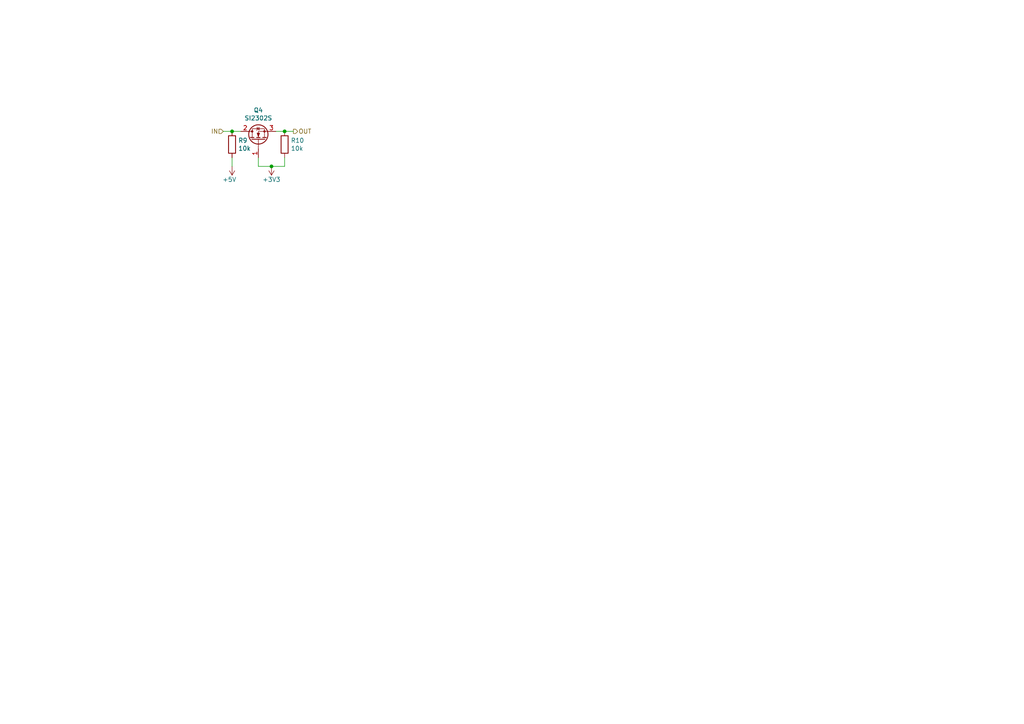
<source format=kicad_sch>
(kicad_sch (version 20211123) (generator eeschema)
  (paper "A4")
  (lib_symbols
    (symbol "Device:Q_NMOS_GDS" (pin_names (offset 0) hide)
      (property "Reference" "Q" (at 5.08 1.27 0))
      (property "Value" "Q_NMOS_GDS" (at 5.08 -1.27 0))
      (symbol "Q_NMOS_GDS_0_1"
        (polyline (pts (xy 0.254 0) (xy -2.54 0)))
        (polyline (pts (xy 0.254 1.905) (xy 0.254 -1.905)) (stroke (width 0.254)))
        (polyline (pts (xy 0.762 -1.27) (xy 0.762 -2.286)) (stroke (width 0.254)))
        (polyline (pts (xy 0.762 0.508) (xy 0.762 -0.508)) (stroke (width 0.254)))
        (polyline (pts (xy 0.762 2.286) (xy 0.762 1.27)) (stroke (width 0.254)))
        (polyline (pts (xy 2.54 2.54) (xy 2.54 1.778)))
        (polyline (pts (xy 2.54 -2.54) (xy 2.54 0) (xy 0.762 0)))
        (polyline (pts (xy 0.762 -1.778) (xy 3.302 -1.778) (xy 3.302 1.778) (xy 0.762 1.778)))
        (polyline (pts (xy 1.016 0) (xy 2.032 0.381) (xy 2.032 -0.381) (xy 1.016 0)) (fill (type outline)))
        (polyline (pts (xy 2.794 0.508) (xy 2.921 0.381) (xy 3.683 0.381) (xy 3.81 0.254)))
        (polyline (pts (xy 3.302 0.381) (xy 2.921 -0.254) (xy 3.683 -0.254) (xy 3.302 0.381)))
        (circle (center 1.651 0) (radius 2.794) (stroke (width 0.254)))
        (circle (center 2.54 -1.778) (radius 0.254) (fill (type outline)))
        (circle (center 2.54 1.778) (radius 0.254) (fill (type outline)))
      )
      (symbol "Q_NMOS_GDS_1_1"
        (pin input line (at -5.08 0 0) (length 2.54) (name "G") (number "1"))
        (pin passive line (at 2.54 5.08 270) (length 2.54) (name "D") (number "2"))
        (pin passive line (at 2.54 -5.08 90) (length 2.54) (name "S") (number "3"))
      )
    )
    (symbol "Device:R" (pin_numbers hide) (pin_names (offset 0))
      (property "Reference" "R" (at 2.032 0 90))
      (property "Value" "R" (at 0 0 90))
      (symbol "R_0_1"
        (rectangle (start -1.016 -2.54) (end 1.016 2.54) (stroke (width 0.254)))
      )
      (symbol "R_1_1"
        (pin passive line (at 0 3.81 270) (length 1.27) (name "~") (number "1"))
        (pin passive line (at 0 -3.81 90) (length 1.27) (name "~") (number "2"))
      )
    )
    (symbol "power:+3.3V" (power) (pin_names (offset 0))
      (property "Value" "+3.3V" (at 0 3.556 0))
      (symbol "+3.3V_0_1"
        (polyline (pts (xy -0.762 1.27) (xy 0 2.54)))
        (polyline (pts (xy 0 0) (xy 0 2.54)))
        (polyline (pts (xy 0 2.54) (xy 0.762 1.27)))
      )
      (symbol "+3.3V_1_1"
        (pin power_in line (at 0 0 90) (length 0) hide (name "+3V3") (number "1"))
      )
    )
    (symbol "power:+5V" (power) (pin_names (offset 0))
      (property "Value" "+5V" (at 0 3.556 0))
      (symbol "+5V_0_1"
        (polyline (pts (xy -0.762 1.27) (xy 0 2.54)))
        (polyline (pts (xy 0 0) (xy 0 2.54)))
        (polyline (pts (xy 0 2.54) (xy 0.762 1.27)))
      )
      (symbol "+5V_1_1"
        (pin power_in line (at 0 0 90) (length 0) hide (name "+5V") (number "1"))
      )
    )
  )
  (junction (at 78.74 48.26))
  (junction (at 67.31 38.1))
  (junction (at 82.55 38.1))
  (wire (pts (xy 80.01 38.1) (xy 82.55 38.1)))
  (wire (pts (xy 78.74 48.26) (xy 82.55 48.26)))
  (wire (pts (xy 74.93 48.26) (xy 78.74 48.26)))
  (wire (pts (xy 74.93 45.72) (xy 74.93 48.26)))
  (wire (pts (xy 67.31 38.1) (xy 69.85 38.1)))
  (wire (pts (xy 82.55 38.1) (xy 85.09 38.1)))
  (wire (pts (xy 64.77 38.1) (xy 67.31 38.1)))
  (wire (pts (xy 67.31 48.26) (xy 67.31 45.72)))
  (wire (pts (xy 82.55 48.26) (xy 82.55 45.72)))
  (hierarchical_label "IN" (shape input) (at 64.77 38.1 180))
  (hierarchical_label "OUT" (shape output) (at 85.09 38.1 0))
  (symbol (lib_id "Device:Q_NMOS_GDS") (at 74.93 40.64 90)
    (property "Reference" "Q4" (at 74.93 31.9532 90))
    (property "Value" "SI2302S" (at 74.93 34.2646 90))
    (property "Footprint" "Package_TO_SOT_SMD:SOT-23" (effects hide))
  )
  (symbol (lib_id "Device:R") (at 67.31 41.91 0)
    (property "Reference" "R9" (at 69.088 40.7416 0) (effects (justify left)))
    (property "Value" "10k" (at 69.088 43.053 0) (effects (justify left)))
    (property "Footprint" "Resistor_SMD:R_0805_2012Metric_Pad1.20x1.40mm_HandSolder" (effects hide))
  )
  (symbol (lib_id "power:+5V") (at 67.31 48.26 180)
    (property "Reference" "#PWR0144" (effects hide))
    (property "Value" "+5V" (at 68.58 52.07 0) (effects (justify left)))
  )
  (symbol (lib_id "Device:R") (at 82.55 41.91 0)
    (property "Reference" "R10" (at 84.328 40.7416 0) (effects (justify left)))
    (property "Value" "10k" (at 84.328 43.053 0) (effects (justify left)))
    (property "Footprint" "Resistor_SMD:R_0805_2012Metric_Pad1.20x1.40mm_HandSolder" (effects hide))
  )
  (symbol (lib_id "power:+3.3V") (at 78.74 48.26 180)
    (property "Reference" "#PWR0143" (effects hide))
    (property "Value" "+3.3V" (at 78.74 52.07 0))
  )
)
</source>
